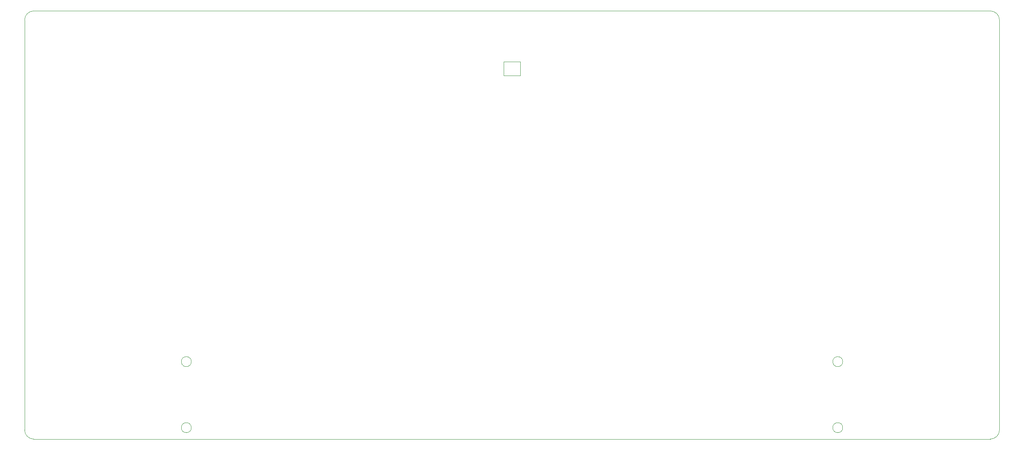
<source format=gbr>
G04 #@! TF.GenerationSoftware,KiCad,Pcbnew,(5.1.9)-1*
G04 #@! TF.CreationDate,2021-01-19T21:28:49+09:00*
G04 #@! TF.ProjectId,yuiop47,7975696f-7034-4372-9e6b-696361645f70,1*
G04 #@! TF.SameCoordinates,Original*
G04 #@! TF.FileFunction,Profile,NP*
%FSLAX46Y46*%
G04 Gerber Fmt 4.6, Leading zero omitted, Abs format (unit mm)*
G04 Created by KiCad (PCBNEW (5.1.9)-1) date 2021-01-19 21:28:49*
%MOMM*%
%LPD*%
G01*
G04 APERTURE LIST*
G04 #@! TA.AperFunction,Profile*
%ADD10C,0.100000*%
G04 #@! TD*
G04 #@! TA.AperFunction,Profile*
%ADD11C,0.120000*%
G04 #@! TD*
G04 APERTURE END LIST*
D10*
X222600000Y-155500000D02*
G75*
G03*
X222600000Y-155500000I-1100000J0D01*
G01*
X222600000Y-141000000D02*
G75*
G03*
X222600000Y-141000000I-1100000J0D01*
G01*
X79600000Y-155500000D02*
G75*
G03*
X79600000Y-155500000I-1100000J0D01*
G01*
X79600000Y-141000000D02*
G75*
G03*
X79600000Y-141000000I-1100000J0D01*
G01*
X43000000Y-66000000D02*
G75*
G02*
X45000000Y-64000000I2000000J0D01*
G01*
X255000000Y-64000000D02*
G75*
G02*
X257000000Y-66000000I0J-2000000D01*
G01*
X257000000Y-156000000D02*
G75*
G02*
X255000000Y-158000000I-2000000J0D01*
G01*
X45000000Y-158000000D02*
G75*
G02*
X43000000Y-156000000I0J2000000D01*
G01*
X43000000Y-156000000D02*
X43000000Y-66000000D01*
X255000000Y-158000000D02*
X45000000Y-158000000D01*
X257000000Y-66000000D02*
X257000000Y-156000000D01*
X45000000Y-64000000D02*
X255000000Y-64000000D01*
D11*
X151800000Y-78212500D02*
X148200000Y-78212500D01*
X148200000Y-78212500D02*
X148200000Y-75112500D01*
X148200000Y-75112500D02*
X151800000Y-75112500D01*
X151800000Y-75112500D02*
X151800000Y-78212500D01*
M02*

</source>
